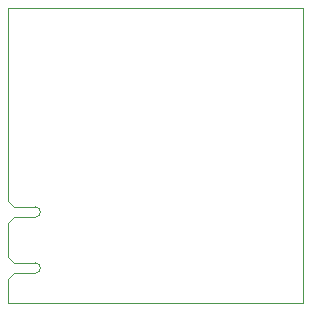
<source format=gm1>
G04 #@! TF.GenerationSoftware,KiCad,Pcbnew,(6.0.11)*
G04 #@! TF.CreationDate,2023-04-24T14:11:09-03:00*
G04 #@! TF.ProjectId,HappyFeet,48617070-7946-4656-9574-2e6b69636164,V0.7*
G04 #@! TF.SameCoordinates,Original*
G04 #@! TF.FileFunction,Profile,NP*
%FSLAX46Y46*%
G04 Gerber Fmt 4.6, Leading zero omitted, Abs format (unit mm)*
G04 Created by KiCad (PCBNEW (6.0.11)) date 2023-04-24 14:11:09*
%MOMM*%
%LPD*%
G01*
G04 APERTURE LIST*
G04 #@! TA.AperFunction,Profile*
%ADD10C,0.100000*%
G04 #@! TD*
G04 APERTURE END LIST*
D10*
X100000000Y-86345000D02*
X100000000Y-70000000D01*
X102300000Y-86846500D02*
X100475000Y-86845000D01*
X102300000Y-87741500D02*
X100500000Y-87745000D01*
X102300000Y-91599000D02*
X100475000Y-91595000D01*
X102300000Y-92489000D02*
X100500000Y-92495000D01*
X125000000Y-95000000D02*
X100000000Y-95000000D01*
X102300000Y-92489000D02*
G75*
G03*
X102300000Y-91599000I0J445000D01*
G01*
X125000000Y-70000000D02*
X125000000Y-95000000D01*
X100475000Y-91595000D02*
X100000000Y-91095000D01*
X100000000Y-91095000D02*
X100000000Y-88245000D01*
X100475000Y-86845000D02*
X100000000Y-86345000D01*
X102300000Y-87741500D02*
G75*
G03*
X102300000Y-86846500I0J447500D01*
G01*
X100000000Y-95000000D02*
X100000000Y-92995000D01*
X100000000Y-88245000D02*
X100500000Y-87745000D01*
X100000000Y-70000000D02*
X125000000Y-70000000D01*
X100000000Y-92995000D02*
X100500000Y-92495000D01*
M02*

</source>
